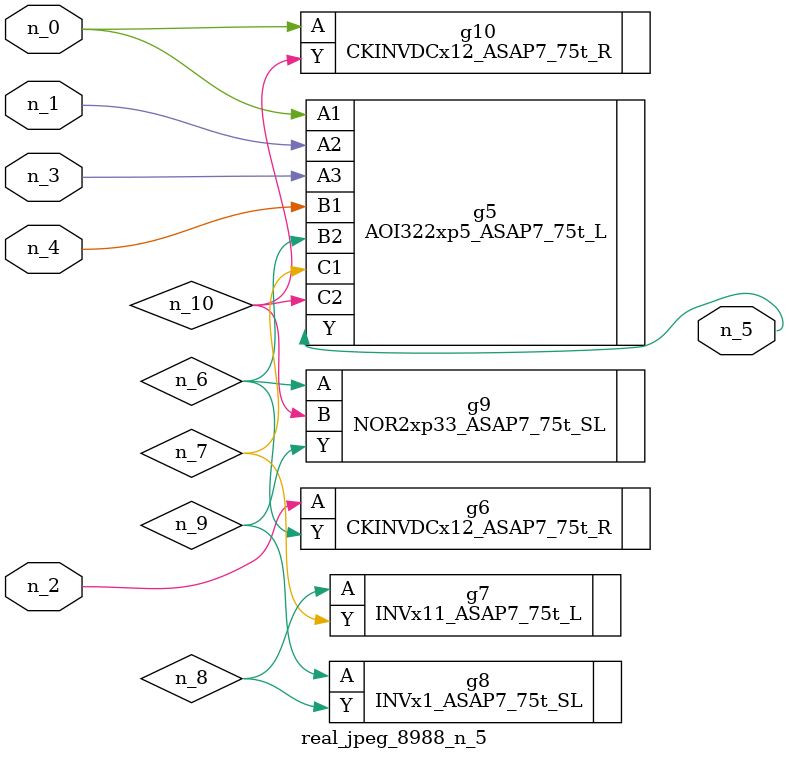
<source format=v>
module real_jpeg_8988_n_5 (n_4, n_0, n_1, n_2, n_3, n_5);

input n_4;
input n_0;
input n_1;
input n_2;
input n_3;

output n_5;

wire n_8;
wire n_6;
wire n_7;
wire n_10;
wire n_9;

AOI322xp5_ASAP7_75t_L g5 ( 
.A1(n_0),
.A2(n_1),
.A3(n_3),
.B1(n_4),
.B2(n_6),
.C1(n_7),
.C2(n_10),
.Y(n_5)
);

CKINVDCx12_ASAP7_75t_R g10 ( 
.A(n_0),
.Y(n_10)
);

CKINVDCx12_ASAP7_75t_R g6 ( 
.A(n_2),
.Y(n_6)
);

NOR2xp33_ASAP7_75t_SL g9 ( 
.A(n_6),
.B(n_10),
.Y(n_9)
);

INVx11_ASAP7_75t_L g7 ( 
.A(n_8),
.Y(n_7)
);

INVx1_ASAP7_75t_SL g8 ( 
.A(n_9),
.Y(n_8)
);


endmodule
</source>
